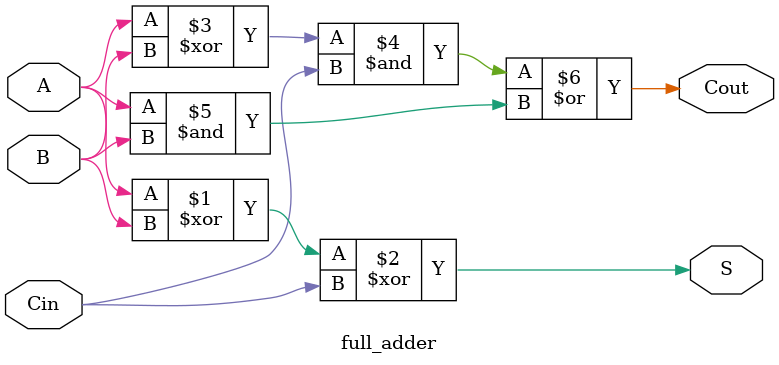
<source format=v>
`timescale 1ns / 1ps
`default_nettype none
/* This module describes the gate-level model of a full adder in Verilog */

module full_adder(S, Cout, A, B, Cin);

    /* declare output and input ports */
    // 1-bit wires
    input wire A, B, Cin; // 1-bit wires
    
    output wire S, Cout;
    
    /* use dataflow to describe the gate-level activity */
    assign #6 S = A ^ B ^ Cin;
    assign #12 Cout = (A ^ B) & Cin | (A & B);
    
endmodule
</source>
